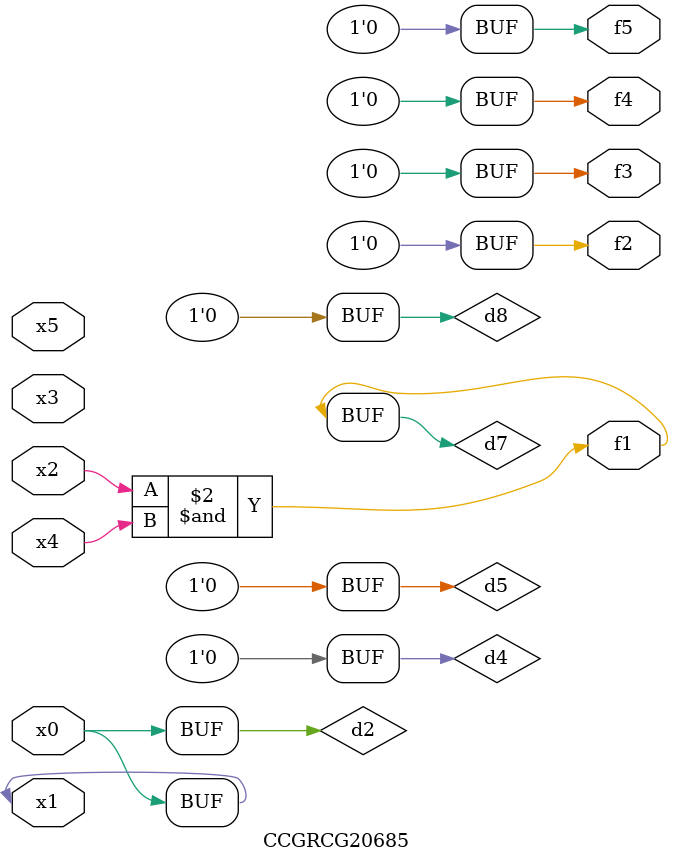
<source format=v>
module CCGRCG20685(
	input x0, x1, x2, x3, x4, x5,
	output f1, f2, f3, f4, f5
);

	wire d1, d2, d3, d4, d5, d6, d7, d8, d9;

	nand (d1, x1);
	buf (d2, x0, x1);
	nand (d3, x2, x4);
	and (d4, d1, d2);
	and (d5, d1, d2);
	nand (d6, d1, d3);
	not (d7, d3);
	xor (d8, d5);
	nor (d9, d5, d6);
	assign f1 = d7;
	assign f2 = d8;
	assign f3 = d8;
	assign f4 = d8;
	assign f5 = d8;
endmodule

</source>
